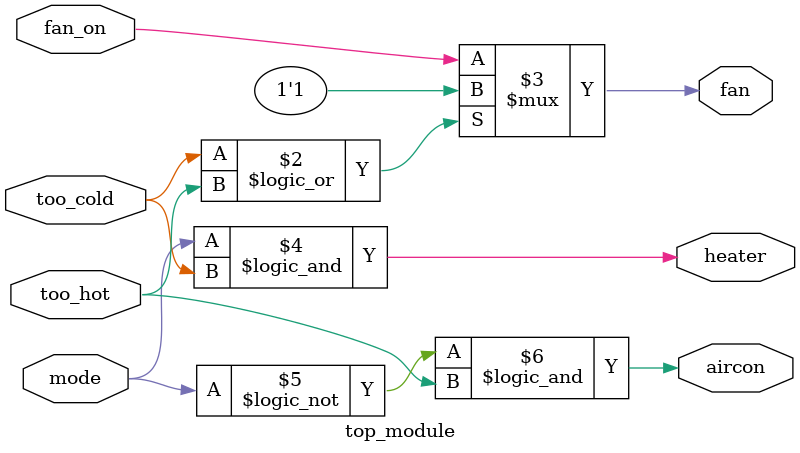
<source format=sv>
module top_module(
    input mode,
    input too_cold, 
    input too_hot,
    input fan_on,
    output reg heater,
    output reg aircon,
    output reg fan
);

always @(*) begin
    // Control the fan
    fan = (too_cold || too_hot) ? 1'b1 : fan_on;

    // Control the heater
    heater = (mode && too_cold);

    // Control the air conditioner
    aircon = (!mode && too_hot);
end

endmodule

</source>
